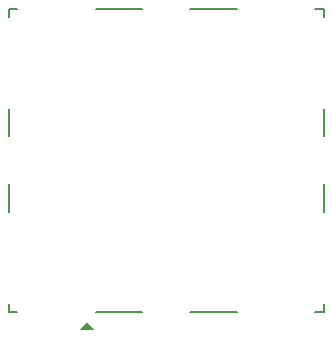
<source format=gbr>
G04 CAM350/DFMSTREAM V12.2 (Build 1124) Date:  Wed Mar 06 16:06:52 2019 *
G04 Database: d:\cad\swi_source\new folder\airprime hl and wp series snap-in socket.cam *
G04 Layer 2: SILKSCREEN *
%FSLAX23Y23*%
%MOIN*%
%SFA1.000B1.000*%

%MIA0B0*%
%IPPOS*%
%ADD16C,0.00591*%
%LNSILKSCREEN*%
%LPD*%
G36*
X-238Y-565D02*
G01X-289D01*
X-264Y-539*
X-238Y-565*
G37*
G54D16*
X525Y-172D02*
G01Y-80D01*
Y80D02*
G01Y172D01*
X-525Y80D02*
G01Y172D01*
Y-172D02*
G01Y-80D01*
X-235Y505D02*
G01X-80D01*
X80D02*
G01X235D01*
X80Y-505D02*
G01X235D01*
X-235D02*
G01X-80D01*
X525Y477D02*
G01Y505D01*
X497*
X-525Y477D02*
G01Y505D01*
X-497*
X-525Y-477D02*
G01Y-505D01*
X-497*
X525Y-477D02*
G01Y-505D01*
X497*
M02*

</source>
